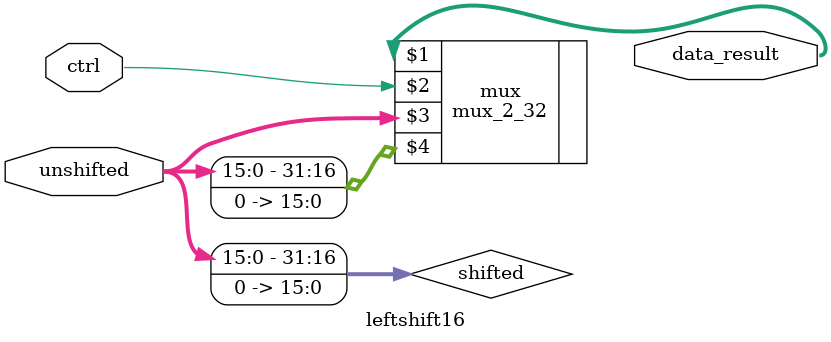
<source format=v>
module leftshift16(data_result, unshifted, ctrl);
    input [31:0] unshifted;
    input ctrl;

    output [31:0] data_result;

    wire [31:0] shifted;

    assign shifted[0] = 0;
    assign shifted[1] = 0;
    assign shifted[2] = 0;
    assign shifted[3] = 0;
    assign shifted[4] = 0;
    assign shifted[5] = 0;
    assign shifted[6] = 0;
    assign shifted[7] = 0;
    assign shifted[8] = 0;
    assign shifted[9] = 0;
    assign shifted[10] = 0;
    assign shifted[11] = 0;
    assign shifted[12] = 0;
    assign shifted[13] = 0;
    assign shifted[14] = 0;
    assign shifted[15] = 0;
    assign shifted[16] = unshifted[0];
    assign shifted[17] = unshifted[1];
    assign shifted[18] = unshifted[2];
    assign shifted[19] = unshifted[3];
    assign shifted[20] = unshifted[4];
    assign shifted[21] = unshifted[5];
    assign shifted[22] = unshifted[6];
    assign shifted[23] = unshifted[7];
    assign shifted[24] = unshifted[8];
    assign shifted[25] = unshifted[9];
    assign shifted[26] = unshifted[10];
    assign shifted[27] = unshifted[11];
    assign shifted[28] = unshifted[12];
    assign shifted[29] = unshifted[13];
    assign shifted[30] = unshifted[14];
    assign shifted[31] = unshifted[15];

    mux_2_32 mux(data_result, ctrl, unshifted, shifted);

endmodule
</source>
